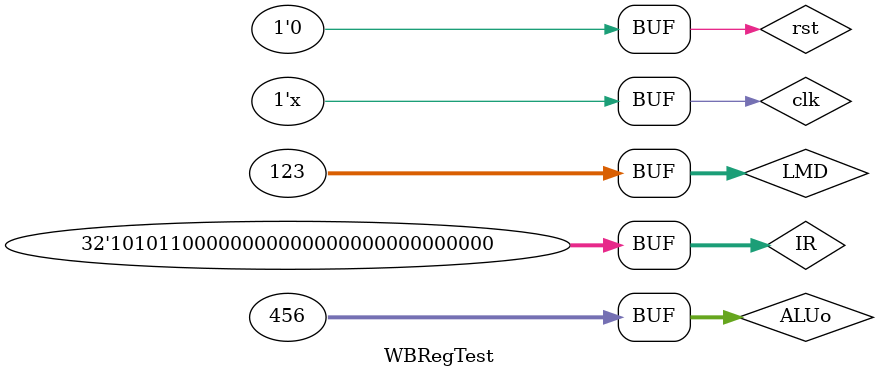
<source format=v>
`timescale 1ns / 1ps


module WBRegTest;

	// Inputs
	reg clk;
	reg rst;
	reg [31:0] LMD;
	reg [31:0] ALUo;
	reg [31:0] IR;

	// Outputs
	wire [31:0] WB_Data;
	wire WB_Write;
	wire [4:0] WB_Addr;

	// Instantiate the Unit Under Test (UUT)
	WBReg uut (
		.clk(clk), 
		.rst(rst), 
		.LMD(LMD), 
		.ALUo(ALUo), 
		.IR(IR), 
		.WB_Data(WB_Data), 
		.WB_Write(WB_Write), 
		.WB_Addr(WB_Addr)
	);

always #10 clk = ~clk;

	initial begin
		// Initialize Inputs
		clk = 0;
		rst = 0;
		LMD = 123;
		ALUo = 456;
		IR = 32'b000000_00000_00000_00000_00000_100000;

		// Wait 100 ns for global reset to finish
		#100;
      IR = 32'b101010_00000_00000_00000_00000_000000;
		#100;
      IR = 32'b001000_00000_00000_00000_00000_000000;
		#100;
      IR = 32'b001100_00000_00000_00000_00000_000000;
		#100;
      IR = 32'b000000_00000_00000_00000_00000_000000;
		#100;
      IR = 32'b100011_00000_00000_00000_00000_000000;
		#100;
      IR = 32'b000000_00000_00000_00000_00000_000000;
		#100;
      IR = 32'b101011_00000_00000_00000_00000_000000;
		// Add stimulus here

	end
      
endmodule


</source>
